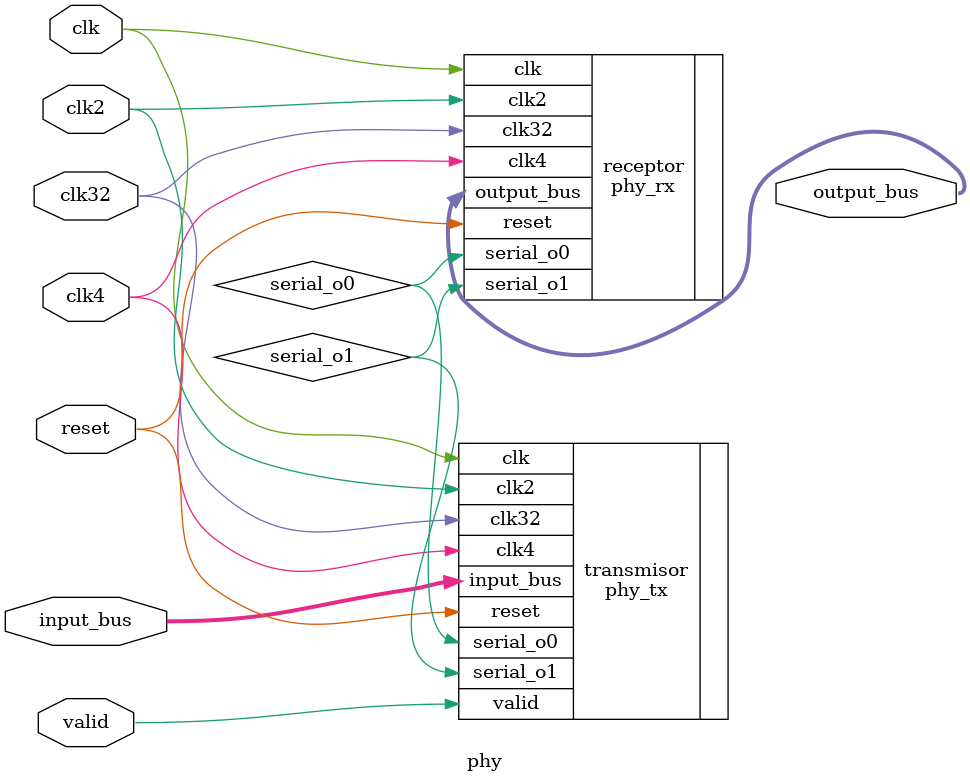
<source format=v>
`include "phy_rx.v"
`include "phy_tx.v"

module phy(
    input  [31:0] input_bus,
    input  valid,
    input  reset, 
    input  clk,
    input  clk2,
    input  clk4,
    input  clk32,

    output [31:0] output_bus
);

// cables internos
wire serial_o0, serial_o1;

phy_tx transmisor(/*AUTOINST*/
		  // Outputs
		  .serial_o0		(serial_o0),
		  .serial_o1		(serial_o1),
		  // Inputs
		  .input_bus		(input_bus[31:0]),
		  .valid		(valid),
		  .reset		(reset),
		  .clk			(clk),
		  .clk2			(clk2),
		  .clk4			(clk4),
		  .clk32		(clk32));

phy_rx receptor(/*AUTOINST*/
		// Outputs
		.output_bus		(output_bus[31:0]),
		// Inputs
		.serial_o0		(serial_o0),
		.serial_o1		(serial_o1),
		.reset			(reset),
		.clk			(clk),
		.clk2			(clk2),
		.clk4			(clk4),
		.clk32			(clk32));

endmodule

</source>
